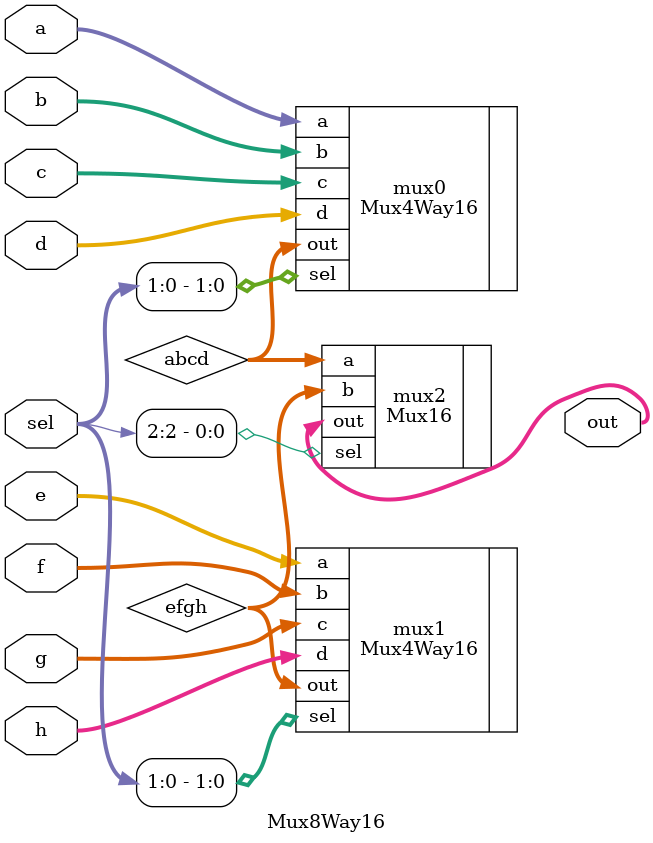
<source format=v>
/**
 * 16-bit multiplexor: 
 * for i = 0..15 out[i] = a[i] if sel == 0 
 *                        b[i] if sel == 1
 */

`default_nettype none
module Mux8Way16(
	input [15:0] a,
	input [15:0] b,
	input [15:0] c,
	input [15:0] d,
	input [15:0] e,
	input [15:0] f,
	input [15:0] g,
	input [15:0] h,
   	input [2:0] sel,
	output [15:0] out
);
	wire [15:0] abcd;
	wire [15:0] efgh;

	Mux4Way16 mux0(.a(a), .b(b), .c(c), .d(d), .sel(sel[1:0]), .out(abcd));
	Mux4Way16 mux1(.a(e), .b(f), .c(g), .d(h), .sel(sel[1:0]), .out(efgh));
	Mux16 mux2(.a(abcd), .b(efgh), .sel(sel[2]), .out(out));

endmodule

</source>
